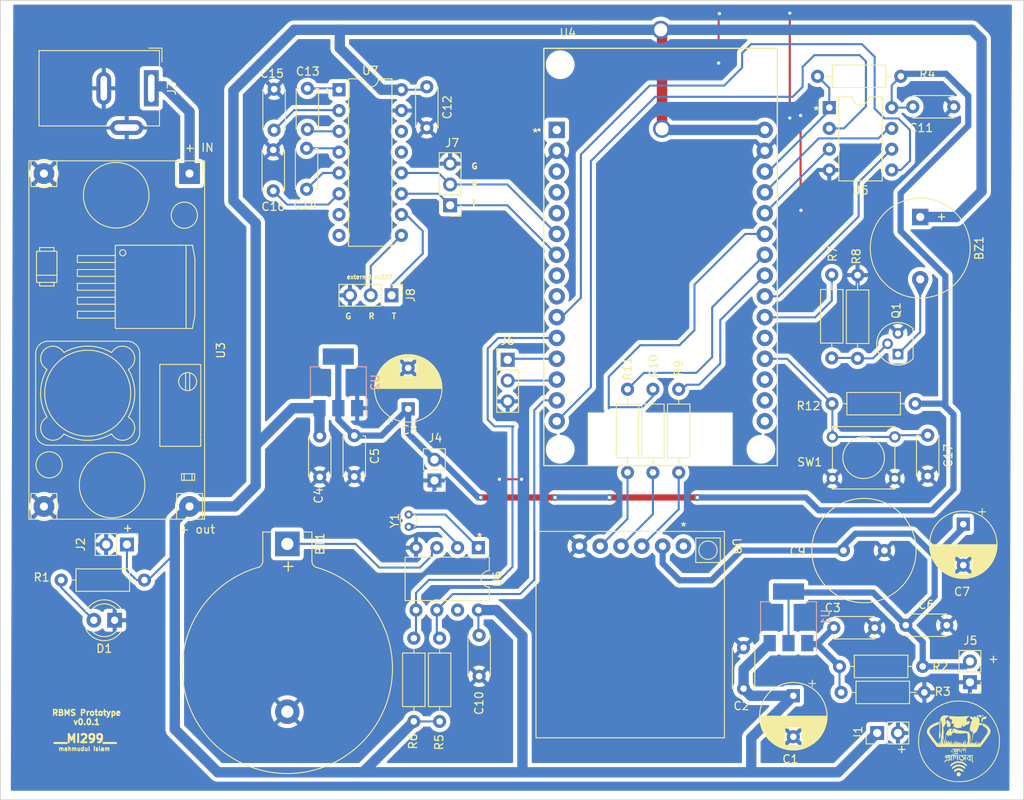
<source format=kicad_pcb>
(kicad_pcb (version 20221018) (generator pcbnew)
  (layers (0 "F.Cu" signal) (31 "B.Cu" signal) (34 "B.Paste" user) (35 "F.Paste" user) (36 "B.SilkS" user "B.Silkscreen") (37 "F.SilkS" user "F.Silkscreen") (38 "B.Mask" user) (39 "F.Mask" user) (44 "Edge.Cuts" user))
  (net 0 "")
  (net 1 "Net-(BT1-+)")
  (net 2 "GND")
  (net 3 "Net-(BZ1-+)")
  (net 4 "Net-(U1-ADJ)")
  (net 5 "FLASH_IN_3V3")
  (net 6 "4V2")
  (net 7 "Net-(U7-C1+)")
  (net 8 "Net-(U7-C1-)")
  (net 9 "Net-(U7-C2+)")
  (net 10 "Net-(U7-C2-)")
  (net 11 "Net-(U7-VS+)")
  (net 12 "Net-(U7-VS-)")
  (net 13 "BUTTON")
  (net 14 "Net-(D1-A)")
  (net 15 "VCC")
  (net 16 "RX_ESP")
  (net 17 "TX_ESP")
  (net 18 "TX_MAX3232")
  (net 19 "RX_MAX3232")
  (net 20 "RS232_TX")
  (net 21 "RS232_RX")
  (net 22 "Net-(Q1-B)")
  (net 23 "SCL")
  (net 24 "FLASH_CS")
  (net 25 "SDA")
  (net 26 "BUZZER")
  (net 27 "RST_GSM")
  (net 28 "Net-(U8-RST)")
  (net 29 "RX_GSM")
  (net 30 "Net-(U8-RXD)")
  (net 31 "TX_GSM")
  (net 32 "Net-(U8-TXD)")
  (net 34 "FLASH_HOLD")
  (net 37 "MOSI")
  (net 38 "FLASH_WP")
  (net 39 "MISO")
  (net 40 "CLK")
  (net 41 "Net-(U6-X1)")
  (net 42 "Net-(U6-X2)")
  (net 53 "MAX232_IN_5V")
  (footprint "Connector_PinHeader_2.54mm:PinHeader_1x02_P2.54mm_Vertical" (layer "F.Cu") (at 96.266 75.7478 180)
    (fp_text reference "J4")
    (fp_text value "3v3_out")
  )
  (footprint "Resistor_THT:R_Axial_DIN0207_L6.3mm_D2.5mm_P10.16mm_Horizontal" (layer "F.Cu") (at 155.8798 98.4504 180)
    (fp_text reference "R2")
    (fp_text value "43k")
  )
  (footprint "LM2596_module:YAAJ_DCDC_StepDown_LM2596" (layer "F.Cu") (at 66.3702 38.2778 -90)
    (fp_text reference "U3")
    (fp_text value "YAAJ_DCDC_StepDown_LM2596")
  )
  (footprint "Connector_PinHeader_2.54mm:PinHeader_1x02_P2.54mm_Vertical" (layer "F.Cu") (at 150.3172 106.5784 90)
    (fp_text reference "J1")
    (fp_text value "4V4")
  )
  (footprint "ESP32-DEVKIT-V1:MODULE_ESP32_DEVKIT_V1" (layer "F.Cu") (at 123.9012 48.4632)
    (fp_text reference "U4")
    (fp_text value "ESP32-DEVKIT-V1")
  )
  (footprint "Capacitor_THT:C_Radial_D12.5mm_H25.0mm_P5.00mm" (layer "F.Cu") (at 146.2062 84.3026)
    (fp_text reference "C9")
    (fp_text value "TH_2200uF")
  )
  (footprint "Resistor_THT:R_Axial_DIN0207_L6.3mm_D2.5mm_P10.16mm_Horizontal" (layer "F.Cu") (at 60.8584 87.9094 180)
    (fp_text reference "R1")
    (fp_text value "330")
  )
  (footprint "Crystal:Crystal_Round_D1.0mm_Vertical" (layer "F.Cu") (at 93.1164 81.407 90)
    (fp_text reference "Y1")
    (fp_text value "32.786 kHZ")
  )
  (footprint "Capacitor_THT:C_Disc_D4.7mm_W2.5mm_P5.00mm" (layer "F.Cu") (at 95.3366 27.686 -90)
    (fp_text reference "C12")
    (fp_text value "100nF")
  )
  (footprint "Resistor_THT:R_Axial_DIN0207_L6.3mm_D2.5mm_P10.16mm_Horizontal" (layer "F.Cu") (at 147.9296 60.8376 90)
    (fp_text reference "R8")
    (fp_text value "100K")
  )
  (footprint "logo:pranisheba_logo" (layer "F.Cu") (at 160.3 107.6)
    (fp_text reference "" hide)
    (fp_text value "" hide)
  )
  (footprint "Package_DIP:DIP-8_W7.62mm" (layer "F.Cu") (at 144.4752 30.226)
    (fp_text reference "U5")
    (fp_text value "W25Q64 DIP")
  )
  (footprint "Resistor_THT:R_Axial_DIN0207_L6.3mm_D2.5mm_P10.16mm_Horizontal" (layer "F.Cu") (at 153.2028 26.406 180)
    (fp_text reference "R4")
    (fp_text value "10k")
  )
  (footprint "Package_DIP:DIP-16_W7.62mm" (layer "F.Cu") (at 84.6178 28.0416)
    (fp_text reference "U7")
    (fp_text value "MAX232")
  )
  (footprint "Resistor_THT:R_Axial_DIN0207_L6.3mm_D2.5mm_P10.16mm_Horizontal" (layer "F.Cu") (at 122.9422 64.6118 -90)
    (fp_text reference "R10")
    (fp_text value "1k")
  )
  (footprint "Resistor_THT:R_Axial_DIN0207_L6.3mm_D2.5mm_P10.16mm_Horizontal" (layer "F.Cu") (at 96.8986 105.1656 90)
    (fp_text reference "R5")
    (fp_text value "2.2K")
  )
  (footprint "Resistor_THT:R_Axial_DIN0207_L6.3mm_D2.5mm_P10.16mm_Horizontal" (layer "F.Cu") (at 154.9654 66.3702 180)
    (fp_text reference "R12")
    (fp_text value "1K")
  )
  (footprint "Battery:BatteryHolder_Keystone_104_1x23mm" (layer "F.Cu") (at 78.3082 83.4898 -90)
    (fp_text reference "BT1")
    (fp_text value "Battery_Cell")
  )
  (footprint "Capacitor_THT:C_Disc_D4.7mm_W2.5mm_P5.00mm" (layer "F.Cu") (at 76.5914 40.386 90)
    (fp_text reference "C16")
    (fp_text value "100nF")
  )
  (footprint "Connector_PinHeader_2.54mm:PinHeader_1x03_P2.54mm_Vertical" (layer "F.Cu") (at 91.0336 53.1368 -90)
    (fp_text reference "J8")
    (fp_text value "rs232 port")
  )
  (footprint "Connector_PinHeader_2.54mm:PinHeader_1x03_P2.54mm_Vertical" (layer "F.Cu") (at 98.1814 42.149 180)
    (fp_text reference "J7")
    (fp_text value "max232 port")
  )
  (footprint "Connector_BarrelJack:BarrelJack_Wuerth_6941xx301002" (layer "F.Cu") (at 61.6966 27.8638 -90)
    (fp_text reference "J3")
    (fp_text value "Barrel_Jack_Switch")
  )
  (footprint "Capacitor_THT:CP_Radial_D8.0mm_P5.00mm" (layer "F.Cu") (at 140.081 102.0318 -90)
    (fp_text reference "C1")
    (fp_text value "220uF")
  )
  (footprint "Capacitor_THT:C_Disc_D4.7mm_W2.5mm_P5.00mm" (layer "F.Cu") (at 154.6752 30.1244)
    (fp_text reference "C11")
    (fp_text value "100nF")
  )
  (footprint "Capacitor_THT:C_Disc_D4.7mm_W2.5mm_P5.00mm" (layer "F.Cu") (at 145.0232 93.726)
    (fp_text reference "C3")
    (fp_text value "100nF")
  )
  (footprint "Capacitor_THT:C_Disc_D4.7mm_W2.5mm_P5.00mm" (layer "F.Cu") (at 101.7246 94.65 -90)
    (fp_text reference "C10")
    (fp_text value "100nF")
  )
  (footprint "Capacitor_THT:C_Disc_D4.7mm_W2.5mm_P5.00mm" (layer "F.Cu") (at 82.2706 70.3218 -90)
    (fp_text reference "C4")
    (fp_text value "100nF")
  )
  (footprint "Package_TO_SOT_THT:TO-92" (layer "F.Cu") (at 152.8616 60.3296 90)
    (fp_text reference "Q1")
    (fp_text value "P2N2222A")
  )
  (footprint "SIM800L-Core-Module-KiCad-Footprint:SIM800L-CORE" (layer "F.Cu") (at 126.6674 83.7642 -90)
    (fp_text reference "U8")
    (fp_text value "SIM800L DIP")
  )
  (footprint "Capacitor_THT:C_Disc_D4.7mm_W2.5mm_P5.00mm" (layer "F.Cu") (at 76.693 32.98 90)
    (fp_text reference "C15")
    (fp_text value "100nF")
  )
  (footprint "Capacitor_THT:CP_Radial_D8.0mm_P5.00mm" (layer "F.Cu") (at 93.0656 67.0052 90)
    (fp_text reference "C8")
    (fp_text value "220uF")
  )
  (footprint "Connector_PinHeader_2.54mm:PinHeader_1x03_P2.54mm_Vertical" (layer "F.Cu") (at 105.2068 61.0108)
    (fp_text reference "J6")
    (fp_text value "rs232 port")
  )
  (footprint "Connector_PinHeader_2.54mm:PinHeader_1x02_P2.54mm_Vertical" (layer "F.Cu") (at 58.7248 83.566 -90)
    (fp_text reference "J2")
    (fp_text value "3v3_in")
  )
  (footprint "Resistor_THT:R_Axial_DIN0207_L6.3mm_D2.5mm_P10.16mm_Horizontal" (layer "F.Cu") (at 93.749 105.1656 90)
    (fp_text reference "R6")
    (fp_text value "2.2K")
  )
  (footprint "Resistor_THT:R_Axial_DIN0207_L6.3mm_D2.5mm_P10.16mm_Horizontal" (layer "F.Cu") (at 145.923 101.6254)
    (fp_text reference "R3")
    (fp_text value "100k")
  )
  (footprint "Capacitor_THT:C_Disc_D4.7mm_W2.5mm_P5.00mm" (layer "F.Cu") (at 153.8116 93.4212)
    (fp_text reference "C6")
    (fp_text value "100nF")
  )
  (footprint "Buzzer_Beeper:Buzzer_12x9.5RM7.6" (layer "F.Cu") (at 155.575 43.581 -90)
    (fp_text reference "BZ1")
    (fp_text value "Buzzer DIP")
  )
  (footprint "Connector_PinHeader_2.54mm:PinHeader_1x02_P2.54mm_Vertical" (layer "F.Cu") (at 161.6456 100.3808 180)
    (fp_text reference "J5")
    (fp_text value "4V4")
  )
  (footprint "Button_Switch_THT:SW_Tactile_Straight_KSA0Axx1LFTR" (layer "F.Cu") (at 144.8562 70.4342)
    (fp_text reference "SW1")
    (fp_text value "SW_Push DIP")
  )
  (footprint "Capacitor_THT:C_Disc_D4.7mm_W2.5mm_P5.00mm" (layer "F.Cu") (at 86.4828 70.2718 -90)
    (fp_text reference "C5")
    (fp_text value "100nF")
  )
  (footprint "Capacitor_THT:C_Disc_D4.7mm_W2.5mm_P5.00mm" (layer "F.Cu") (at 156.4894 70.2202 -90)
    (fp_text reference "C17")
    (fp_text value "1uF")
  )
  (footprint "Package_DIP:DIP-8_W7.62mm" (layer "F.Cu") (at 101.6374 83.9484 -90)
    (fp_text reference "U6")
    (fp_text value "DS1307 DIP")
  )
  (footprint "Capacitor_THT:C_Disc_D4.7mm_W2.5mm_P5.00mm" (layer "F.Cu") (at 134.0104 101.1536 90)
    (fp_text reference "C2")
    (fp_text value "100nF")
  )
  (footprint "Resistor_THT:R_Axial_DIN0207_L6.3mm_D2.5mm_P10.16mm_Horizontal" (layer "F.Cu") (at 126.0918 64.6118 -90)
    (fp_text reference "R9")
    (fp_text value "1k")
  )
  (footprint "LED_THT:LED_D4.0mm" (layer "F.Cu") (at 57.2262 92.8116 180)
    (fp_text reference "D1")
    (fp_text value "LED")
  )
  (footprint "Resistor_THT:R_Axial_DIN0207_L6.3mm_D2.5mm_P10.16mm_Horizontal" (layer "F.Cu") (at 144.78 50.6268 -90)
    (fp_text reference "R7")
    (fp_text value "1K")
  )
  (footprint "Resistor_THT:R_Axial_DIN0207_L6.3mm_D2.5mm_P10.16mm_Horizontal" (layer "F.Cu") (at 119.8434 64.6118 -90)
    (fp_text reference "R11")
    (fp_text value "1K")
  )
  (footprint "Capacitor_THT:C_Disc_D4.7mm_W2.5mm_P5.00mm" (layer "F.Cu") (at 80.6554 35.1936 -90)
    (fp_text reference "C14")
    (fp_text value "100nF")
  )
  (footprint "Capacitor_THT:C_Disc_D4.7mm_W2.5mm_P5.00mm" (layer "F.Cu") (at 80.757 27.8784 -90)
    (fp_text reference "C13")
    (fp_text value "100nF")
  )
  (footprint "Capacitor_THT:CP_Radial_D8.0mm_P5.00mm" (layer "F.Cu") (at 160.8328 81.087149 -90)
    (fp_text reference "C7")
    (fp_text value "220uF")
  )
  (footprint "Package_TO_SOT_SMD:SOT-223-3_TabPin2" (layer "B.Cu") (at 84.5328 63.7718 90)
    (fp_text reference "U2")
    (fp_text value "AMS1117-3.3")
  )
  (footprint "Package_TO_SOT_SMD:SOT-223-3_TabPin2" (layer "B.Cu") (at 139.4968 92.4564 90)
    (fp_text reference "U1")
    (fp_text value "LM1117-ADJ")
  )
  (gr_rect (start 43.2778 17.1372) (end 168.1988 114.7356) (stroke (width 0.1)) (fill none) (layer "Edge.Cuts"))
  (gr_text "*" (at 82.7 29) (layer "F.SilkS") (effects (font (size 1 1)) (justify left bottom)))
  (gr_text "+" (at 152.6 109.1) (layer "F.SilkS") (effects (font (size 1 1)) (justify left bottom)))
  (gr_text "*" (at 142.4 31.2) (layer "F.SilkS") (effects (font (size 1 1)) (justify left bottom)))
  (gr_text "G\n\nR\n \nT" (at 100.7 42.3) (layer "F.SilkS") (effects (font (size 0.7 0.7) (thickness 0.175) bold) (justify left bottom)))
  (gr_text "*" (at 108.1 33.9) (layer "F.SilkS") (effects (font (size 1 1)) (justify left bottom)))
  (gr_text "*" (at 101.3 83.3) (layer "F.SilkS") (effects (font (size 1 1)) (justify left bottom)))
  (gr_text "+ out" (at 65 82.3) (layer "F.SilkS") (effects (font (size 1 1)) (justify left bottom)))
  (gr_text "*" (at 126.2 82) (layer "F.SilkS") (effects (font (size 1 1)) (justify left bottom)))
  (gr_text "+" (at 58.1 82.1) (layer "F.SilkS") (effects (font (size 1 1)) (justify left bottom)))
  (gr_text "+ IN\n" (at 65.7 35.7) (layer "F.SilkS") (effects (font (size 1 1)) (justify left bottom)))
  (gr_text "G    R    T " (at 85.3 56.1) (layer "F.SilkS") (effects (font (size 0.7 0.7)) (justify left bottom)))
  (gr_text "__MI299__\n" (at 49.7 107.84) (layer "F.SilkS") (effects (font (size 1 1) (thickness 0.25) bold) (justify left bottom)))
  (gr_text "mahmudul islam" (at 50.3 108.8) (layer "F.SilkS") (effects (font (size 0.5 0.5) (thickness 0.125) bold) (justify left bottom)))
  (gr_text "RBMS Prototype\nv0.0.1" (at 53.8 105.64) (layer "F.SilkS") (effects (font (size 0.7 0.7) (thickness 0.175) bold) (justify bottom)))
  (gr_text "external rs232" (at 85.5 51.2) (layer "F.SilkS") (effects (font (size 0.5 0.5) (thickness 0.125)) (justify left bottom)))
  (gr_text "+" (at 163.8 98.1) (layer "F.SilkS") (effects (font (size 1 1)) (justify left bottom)))
  (segment (start 95.9612 84.5446) (end 95.9612 84.9122) (width 0.254) (layer "B.Cu") (net 1))
  (segment (start 89.535 86.3854) (end 86.6394 83.4898) (width 0.254) (layer "B.Cu") (net 1))
  (segment (start 86.6394 83.4898) (end 78.3082 83.4898) (width 0.254) (layer "B.Cu") (net 1))
  (segment (start 95.9612 84.9122) (end 94.488 86.3854) (width 0.254) (layer "B.Cu") (net 1))
  (segment (start 94.488 86.3854) (end 89.535 86.3854) (width 0.254) (layer "B.Cu") (net 1))
  (segment (start 96.5574 83.9484) (end 95.9612 84.5446) (width 0.254) (layer "B.Cu") (net 1))
  (segment (start 140.97 31.1912) (end 140.97 42.7228) (width 0.254) (layer "F.Cu") (net 2))
  (segment (start 139.6492 18.6944) (end 139.6492 31.496) (width 0.254) (layer "F.Cu") (net 2))
  (segment (start 130.9624 18.8468) (end 131.064 18.7452) (width 0.254) (layer "F.Cu") (net 2))
  (segment (start 104.2 75.6) (end 106.9 75.6) (width 0.254) (layer "F.Cu") (net 2))
  (segment (start 130.9624 24.7904) (end 130.9624 18.8468) (width 0.254) (layer "F.Cu") (net 2))
  (segment (start 140.97 42.7228) (end 141.0208 42.7736) (width 0.254) (layer "F.Cu") (net 2))
  (via (at 131.064 18.7452) (size 0.8) (drill 0.4) (layers "F.Cu" "B.Cu") (net 2))
  (via (at 140.97 31.1912) (size 0.8) (drill 0.4) (layers "F.Cu" "B.Cu") (net 2))
  (via (at 104.2 75.6) (size 0.8) (drill 0.4) (layers "F.Cu" "B.Cu") (net 2))
  (via (at 141.0208 42.7736) (size 0.8) (drill 0.4) (layers "F.Cu" "B.Cu") (net 2))
  (via (at 139.6492 18.6944) (size 0.8) (drill 0.4) (layers "F.Cu" "B.Cu") (net 2))
  (via (at 130.9624 24.7904) (size 0.8) (drill 0.4) (layers "F.Cu" "B.Cu") (net 2))
  (via (at 106.9 75.6) (size 0.8) (drill 0.4) (layers "F.Cu" "B.Cu") (net 2))
  (via (at 139.6492 31.496) (size 0.8) (drill 0.4) (layers "F.Cu" "B.Cu") (net 2))
  (segment (start 152.8616 60.3296) (end 155.575 57.6162) (width 0.254) (layer "B.Cu") (net 3))
  (segment (start 155.575 57.6162) (end 155.575 51.181) (width 0.254) (layer "B.Cu") (net 3))
  (segment (start 145.923 101.6254) (end 145.7198 101.4222) (width 0.254) (layer "B.Cu") (net 4))
  (segment (start 141.8222 95.7334) (end 143.0158 95.7334) (width 0.762) (layer "B.Cu") (net 4))
  (segment (start 141.8222 95.7334) (end 143.0028 95.7334) (width 0.762) (layer "B.Cu") (net 4))
  (segment (start 143.0158 95.7334) (end 145.0232 93.726) (width 0.762) (layer "B.Cu") (net 4))
  (segment (start 145.7198 101.4222) (end 145.7198 98.4504) (width 0.254) (layer "B.Cu") (net 4))
  (segment (start 143.0028 95.7334) (end 145.7198 98.4504) (width 0.762) (layer "B.Cu") (net 4))
  (segment (start 128.3716 77.8256) (end 117.6274 77.8256) (width 0.762) (layer "F.Cu") (net 5))
  (segment (start 110.998 77.8256) (end 101.9 77.8256) (width 0.762) (layer "F.Cu") (net 5))
  (via (at 117.6274 77.8256) (size 0.8) (drill 0.4) (layers "F.Cu" "B.Cu") (net 5))
  (via (at 101.9 77.8256) (size 0.8) (drill 0.4) (layers "F.Cu" "B.Cu") (net 5))
  (via (at 110.998 77.8256) (size 0.8) (drill 0.4) (layers "F.Cu" "B.Cu") (net 5))
  (via (at 128.3716 77.8256) (size 0.8) (drill 0.4) (layers "F.Cu" "B.Cu") (net 5))
  (segment (start 158.6484 50.7746) (end 153.1874 45.3136) (width 0.762) (layer "B.Cu") (net 5))
  (segment (start 157.0232 79.4) (end 159.639 76.7842) (width 0.762) (layer "B.Cu") (net 5))
  (segment (start 153.5103 26.0985) (end 153.2028 26.406) (width 0.762) (layer "B.Cu") (net 5))
  (segment (start 158.6484 66.7004) (end 158.6484 50.7746) (width 0.762) (layer "B.Cu") (net 5))
  (segment (start 153.2028 26.406) (end 152.0952 27.5136) (width 0.254) (layer "B.Cu") (net 5))
  (segment (start 152.0952 30.226) (end 154.5736 30.226) (width 0.254) (layer "B.Cu") (net 5))
  (segment (start 93.0656 70.0074) (end 96.266 73.2078) (width 0.762) (layer "B.Cu") (net 5))
  (segment (start 101.9 77.8256) (end 101.6254 77.8256) (width 0.762) (layer "B.Cu") (net 5))
  (segment (start 89.799 70.2718) (end 93.0656 67.0052) (width 0.762) (layer "B.Cu") (net 5))
  (segment (start 159.639 67.691) (end 158.6484 66.7004) (width 0.762) (layer "B.Cu") (net 5))
  (segment (start 141.605 77.8256) (end 143.1794 79.4) (width 0.762) (layer "B.Cu") (net 5))
  (segment (start 84.5328 66.9218) (end 84.5328 68.3218) (width 0.762) (layer "B.Cu") (net 5))
  (segment (start 158.3182 66.3702) (end 154.9654 66.3702) (width 0.762) (layer "B.Cu") (net 5))
  (segment (start 110.998 77.8256) (end 111.76 77.8256) (width 0.762) (layer "B.Cu") (net 5))
  (segment (start 84.5328 66.9218) (end 84.5328 60.6218) (width 0.762) (layer "B.Cu") (net 5))
  (segment (start 154.5736 30.226) (end 154.6752 30.1244) (width 0.254) (layer "B.Cu") (net 5))
  (segment (start 153.1874 45.3136) (end 153.1874 40.6908) (width 0.762) (layer "B.Cu") (net 5))
  (segment (start 110.9726 77.8256) (end 110.998 77.8256) (width 0.762) (layer "B.Cu") (net 5))
  (segment (start 158.6484 66.7004) (end 158.3182 66.3702) (width 0.762) (layer "B.Cu") (net 5))
  (segment (start 152.0952 27.5136) (end 152.0952 30.226) (width 0.254) (layer "B.Cu") (net 5))
  (segment (start 93.0656 67.0052) (end 93.0656 70.0074) (width 0.762) (layer "B.Cu") (net 5))
  (segment (start 101.6254 77.8256) (end 97.0076 73.2078) (width 0.762) (layer "B.Cu") (net 5))
  (segment (start 97.0076 73.2078) (end 96.266 73.2078) (width 0.762) (layer "B.Cu") (net 5))
  (segment (start 161.4424 32.4358) (end 161.4424 28.8036) (width 0.762) (layer "B.Cu") (net 5))
  (segment (start 153.1874 40.6908) (end 161.4424 32.4358) (width 0.762) (layer "B.Cu") (net 5))
  (segment (start 158.7373 26.0985) (end 153.5103 26.0985) (width 0.762) (layer "B.Cu") (net 5))
  (segment (start 111.76 77.8256) (end 117.6274 77.8256) (width 0.762) (layer "B.Cu") (net 5))
  (segment (start 159.639 76.7842) (end 159.639 67.691) (width 0.762) (layer "B.Cu") (net 5))
  (segment (start 86.4828 70.2718) (end 89.799 70.2718) (width 0.762) (layer "B.Cu") (net 5))
  (segment (start 143.1794 79.4) (end 157.0232 79.4) (width 0.762) (layer "B.Cu") (net 5))
  (segment (start 84.5328 68.3218) (end 86.4828 70.2718) (width 0.762) (layer "B.Cu") (net 5))
  (segment (start 161.4424 28.8036) (end 158.7373 26.0985) (width 0.762) (layer "B.Cu") (net 5))
  (segment (start 128.3716 77.8256) (end 141.605 77.8256) (width 0.762) (layer "B.Cu") (net 5))
  (segment (start 139.4968 89.3064) (end 139.4968 95.6064) (width 0.254) (layer "B.Cu") (net 6))
  (segment (start 147.6756 82.2452) (end 146.2062 83.7146) (width 0.762) (layer "B.Cu") (net 6))
  (segment (start 124.1274 85.875) (end 126.1872 87.9348) (width 0.762) (layer "B.Cu") (net 6))
  (segment (start 146.2062 83.7146) (end 146.2062 84.3026) (width 0.762) (layer "B.Cu") (net 6))
  (segment (start 139.6238 89.4334) (end 139.4968 89.3064) (width 0.762) (layer "B.Cu") (net 6))
  (segment (start 149.8238 89.4334) (end 139.6238 89.4334) (width 0.762) (layer "B.Cu") (net 6))
  (segment (start 157.3403 85.0011) (end 154.5844 82.2452) (width 0.762) (layer "B.Cu") (net 6))
  (segment (start 149.8238 89.4334) (end 153.8116 93.4212) (width 0.762) (layer "B.Cu") (net 6))
  (segment (start 161.036 98.4504) (end 161.6456 97.8408) (width 0.762) (layer "B.Cu") (net 6))
  (segment (start 154.5844 82.2452) (end 147.6756 82.2452) (width 0.762) (layer "B.Cu") (net 6))
  (segment (start 133.731 84.3026) (end 146.2062 84.3026) (width 0.762) (layer "B.Cu") (net 6))
  (segment (start 155.8798 95.4894) (end 153.8116 93.4212) (width 0.762) (layer "B.Cu") (net 6))
  (segment (start 153.8116 93.4212) (end 157.3403 89.8925) (width 0.762) (layer "B.Cu") (net 6))
  (segment (start 157.3403 85.0011) (end 160.8328 81.5086) (width 0.762) (layer "B.Cu") (net 6))
  (segment (start 160.8328 81.5086) (end 160.8328 81.087149) (width 0.762) (layer "B.Cu") (net 6))
  (segment (start 155.8798 98.4504) (end 161.036 98.4504) (width 0.762) (layer "B.Cu") (net 6))
  (segment (start 155.8798 98.4504) (end 155.8798 95.4894) (width 0.762) (layer "B.Cu") (net 6))
  (segment (start 124.1274 83.7642) (end 124.1274 85.875) (width 0.762) (layer "B.Cu") (net 6))
  (segment (start 130.0988 87.9348) (end 133.731 84.3026) (width 0.762) (layer "B.Cu") (net 6))
  (segment (start 157.3403 89.8925) (end 157.3403 85.0011) (width 0.762) (layer "B.Cu") (net 6))
  (segment (start 126.1872 87.9348) (end 130.0988 87.9348) (width 0.762) (layer "B.Cu") (net 6))
  (segment (start 84.4546 27.8784) (end 84.6178 28.0416) (width 0.254) (layer "B.Cu") (net 7))
  (segment (start 80.757 27.8784) (end 84.4546 27.8784) (width 0.254) (layer "B.Cu") (net 7))
  (segment (start 81.0002 33.1216) (end 84.6178 33.1216) (width 0.254) (layer "B.Cu") (net 8))
  (segment (start 80.757 32.8784) (end 81.0002 33.1216) (width 0.254) (layer "B.Cu") (net 8))
  (segment (start 80.6554 35.1936) (end 84.1498 35.1936) (width 0.254) (layer "B.Cu") (net 9))
  (segment (start 84.1498 35.1936) (end 84.6178 35.6616) (width 0.254) (layer "B.Cu") (net 9))
  (segment (start 80.6554 40.1936) (end 82.6474 38.2016) (width 0.254) (layer "B.Cu") (net 10))
  (segment (start 82.6474 38.2016) (end 84.6178 38.2016) (width 0.254) (layer "B.Cu") (net 10))
  (segment (start 79.1422 30.5308) (end 84.567 30.5308) (width 0.254) (layer "B.Cu") (net 11))
  (segment (start 76.693 32.98) (end 79.1422 30.5308) (width 0.254) (layer "B.Cu") (net 11))
  (segment (start 84.567 30.5308) (end 84.6178 30.5816) (width 0.254) (layer "B.Cu") (net 11))
  (segment (start 78.2678 42.0624) (end 83.297 42.0624) (width 0.254) (layer "B.Cu") (net 12))
  (segment (start 83.297 42.0624) (end 84.6178 40.7416) (width 0.254) (layer "B.Cu") (net 12))
  (segment (start 76.5914 40.386) (end 78.2678 42.0624) (width 0.254) (layer "B.Cu") (net 12))
  (segment (start 152.4762 70.4342) (end 144.8562 70.4342) (width 0.254) (layer "B.Cu") (net 13))
  (segment (start 144.8054 66.3702) (end 139.3234 60.8882) (width 0.254) (layer "B.Cu") (net 13))
  (segment (start 152.6902 70.2202) (end 152.4762 70.4342) (width 0.254) (layer "B.Cu") (net 13))
  (segment (start 156.4894 70.2202) (end 152.6902 70.2202) (width 0.254) (layer "B.Cu") (net 13))
  (segment (start 139.3234 60.8882) (end 136.6012 60.8882) (width 0.254) (layer "B.Cu") (net 13))
  (segment (start 144.8562 66.421) (end 144.8054 66.3702) (width 0.254) (layer "B.Cu") (net 13))
  (segment (start 144.8562 70.4342) (end 144.8562 66.421) (width 0.254) (layer "B.Cu") (net 13))
  (segment (start 50.6984 88.8238) (end 54.6862 92.8116) (width 0.254) (layer "B.Cu") (net 14))
  (segment (start 50.6984 87.9094) (end 50.6984 88.8238) (width 0.254) (layer "B.Cu") (net 14))
  (segment (start 66.3702 30.7436) (end 63.2618 27.6352) (width 1.27) (layer "B.Cu") (net 15))
  (segment (start 61.9252 27.6352) (end 61.6966 27.8638) (width 1.27) (layer "B.Cu") (net 15))
  (segment (start 66.3702 38.2778) (end 66.3702 30.7436) (width 1.27) (layer "B.Cu") (net 15))
  (segment (start 63.2618 27.6352) (end 61.9252 27.6352) (width 1.27) (layer "B.Cu") (net 15))
  (segment (start 105.3294 60.8882) (end 105.2068 61.0108) (width 0.254) (layer "F.Cu") (net 16))
  (segment (start 111.2012 60.8882) (end 105.3294 60.8882) (width 0.254) (layer "B.Cu") (net 16))
  (segment (start 111.0786 63.5508) (end 111.2012 63.4282) (width 0.254) (layer "F.Cu") (net 17))
  (segment (start 105.2068 63.5508) (end 111.0786 63.5508) (width 0.254) (layer "B.Cu") (net 17))
  (segment (start 92.2378 40.7416) (end 96.774 40.7416) (width 0.254) (layer "B.Cu") (net 18))
  (segment (start 96.774 40.7416) (end 98.1814 42.149) (width 0.254) (layer "B.Cu") (net 18))
  (segment (start 111.2012 48.1882) (end 105.162 42.149) (width 0.254) (layer "B.Cu") (net 18))
  (segment (start 105.162 42.149) (end 98.1814 42.149) (width 0.254) (layer "B.Cu") (net 18))
  (segment (start 98.1814 39.609) (end 105.162 39.609) (width 0.254) (layer "B.Cu") (net 19))
  (segment (start 96.774 38.2016) (end 98.1814 39.609) (width 0.254) (layer "B.Cu") (net 19))
  (segment (start 105.162 39.609) (end 111.2012 45.6482) (width 0.254) (layer "B.Cu") (net 19))
  (segment (start 92.2378 38.2016) (end 96.774 38.2016) (width 0.254) (layer "B.Cu") (net 19))
  (segment (start 94.8436 45.3136) (end 94.8436 48.0418) (width 0.254) (layer "B.Cu") (net 20))
  (segment (start 94.8436 48.0418) (end 91.0336 51.8518) (width 0.254) (layer "B.Cu") (net 20))
  (segment (start 92.2378 43.2816) (end 92.8116 43.2816) (width 0.254) (layer "B.Cu") (net 20))
  (segment (start 91.0336 51.8518) (end 91.0336 53.1368) (width 0.254) (layer "B.Cu") (net 20))
  (segment (start 92.8116 43.2816) (end 94.8436 45.3136) (width 0.254) (layer "B.Cu") (net 20))
  (segment (start 88.4936 49.5658) (end 92.2378 45.8216) (width 0.254) (layer "B.Cu") (net 21))
  (segment (start 88.4936 53.1368) (end 88.4936 49.5658) (width 0.254) (layer "B.Cu") (net 21))
  (segment (start 147.9296 60.8376) (end 149.8136 60.8376) (width 0.254) (layer "B.Cu") (net 22))
  (segment (start 149.8136 60.8376) (end 151.5916 59.0596) (width 0.254) (layer "B.Cu") (net 22))
  (segment (start 144.78 60.7868) (end 147.8788 60.7868) (width 0.254) (layer "B.Cu") (net 22))
  (segment (start 147.8788 60.7868) (end 147.9296 60.8376) (width 0.254) (layer "B.Cu") (net 22))
  (segment (start 108.458 67.1576) (end 109.6474 65.9682) (width 0.254) (layer "B.Cu") (net 23))
  (segment (start 96.5574 94.6644) (end 96.8986 95.0056) (width 0.254) (layer "B.Cu") (net 23))
  (segment (start 96.5574 91.5684) (end 98.5146 89.6112) (width 0.254) (layer "B.Cu") (net 23))
  (segment (start 109.6474 65.9682) (end 111.2012 65.9682) (width 0.254) (layer "B.Cu") (net 23))
  (segment (start 96.5574 91.5684) (end 96.5574 94.6644) (width 0.254) (layer "B.Cu") (net 23))
  (segment (start 98.5146 89.6112) (end 106.7308 89.6112) (width 0.254) (layer "B.Cu") (net 23))
  (segment (start 106.7308 89.6112) (end 108.458 87.884) (width 0.254) (layer "B.Cu") (net 23))
  (segment (start 108.458 87.884) (end 108.458 67.1576) (width 0.254) (layer "B.Cu") (net 23))
  (segment (start 136.6012 38.0282) (end 137.0286 38.0282) (width 0.254) (layer "B.Cu") (net 24))
  (segment (start 144.4752 27.8384) (end 144.4752 30.226) (width 0.254) (layer "B.Cu") (net 24))
  (segment (start 144.4752 30.5816) (end 144.4752 30.226) (width 0.254) (layer "B.Cu") (net 24))
  (segment (start 137.0286 38.0282) (end 144.4752 30.5816) (width 0.254) (layer "B.Cu") (net 24))
  (segment (start 143.0428 26.406) (end 144.4752 27.8384) (width 0.254) (layer "B.Cu") (net 24))
  (segment (start 103.5812 69.1388) (end 102.7684 68.326) (width 0.254) (layer "B.Cu") (net 25))
  (segment (start 94.0174 94.7372) (end 93.749 95.0056) (width 0.254) (layer "B.Cu") (net 25))
  (segment (start 102.7684 68.326) (end 102.7684 59.6392) (width 0.254) (layer "B.Cu") (net 25))
  (segment (start 104.0594 58.3482) (end 111.2012 58.3482) (width 0.254) (layer "B.Cu") (net 25))
  (segment (start 104.216 87.884) (end 105.8 86.3) (width 0.254) (layer "B.Cu") (net 25))
  (segment (start 102.7684 59.6392) (end 104.0594 58.3482) (width 0.254) (layer "B.Cu") (net 25))
  (segment (start 95.6 87.884) (end 104.216 87.884) (width 0.254) (layer "B.Cu") (net 25))
  (segment (start 105.8 86.3) (end 105.8 69.2568) (width 0.254) (layer "B.Cu") (net 25))
  (segment (start 94.0174 91.5684) (end 94.0174 94.7372) (width 0.254) (layer "B.Cu") (net 25))
  (segment (start 105.918 69.1388) (end 103.5812 69.1388) (width 0.254) (layer "B.Cu") (net 25))
  (segment (start 94.0174 91.5684) (end 94.0174 89.4666) (width 0.254) (layer "B.Cu") (net 25))
  (segment (start 105.8 69.2568) (end 105.918 69.1388) (width 0.254) (layer "B.Cu") (net 25))
  (segment (start 94.0174 89.4666) (end 95.6 87.884) (width 0.254) (layer "B.Cu") (net 25))
  (segment (start 144.78 50.6268) (end 144.78 53.7972) (width 0.254) (layer "B.Cu") (net 26))
  (segment (start 136.6222 55.8292) (end 136.6012 55.8082) (width 0.254) (layer "B.Cu") (net 26))
  (segment (start 144.78 53.7972) (end 142.748 55.8292) (width 0.254) (layer "B.Cu") (net 26))
  (segment (start 142.748 55.8292) (end 136.6222 55.8292) (width 0.254) (layer "B.Cu") (net 26))
  (segment (start 126.5232 64.6118) (end 126.0918 64.6118) (width 0.254) (layer "B.Cu") (net 27))
  (segment (start 131.1656 61.468) (end 131.1656 56.1638) (width 0.254) (layer "B.Cu") (net 27))
  (segment (start 127.0762 64.0588) (end 126.5232 64.6118) (width 0.254) (layer "B.Cu") (net 27))
  (segment (start 128.5748 64.0588) (end 131.1656 61.468) (width 0.254) (layer "B.Cu") (net 27))
  (segment (start 127.0762 64.0588) (end 128.5748 64.0588) (width 0.254) (layer "B.Cu") (net 27))
  (segment (start 131.1656 56.1638) (end 136.6012 50.7282) (width 0.254) (layer "B.Cu") (net 27))
  (segment (start 126.0918 79.2598) (end 121.5874 83.7642) (width 0.254) (layer "B.Cu") (net 28))
  (segment (start 126.0918 74.7718) (end 126.0918 79.2598) (width 0.254) (layer "B.Cu") (net 28))
  (segment (start 128.016 51.8414) (end 134.2092 45.6482) (width 0.254) (layer "B.Cu") (net 29))
  (segment (start 121.6152 66.802) (end 117.6782 66.802) (width 0.254) (layer "B.Cu") (net 29))
  (segment (start 128.016 57.404) (end 128.016 51.8414) (width 0.254) (layer "B.Cu") (net 29))
  (segment (start 122.9422 65.475) (end 121.6152 66.802) (width 0.254) (layer "B.Cu") (net 29))
  (segment (start 126.1872 59.2328) (end 128.016 57.404) (width 0.254) (layer "B.Cu") (net 29))
  (segment (start 117.6782 66.802) (end 117.5512 66.929) (width 0.254) (layer "B.Cu") (net 29))
  (segment (start 117.5512 66.929) (end 117.5512 63.0682) (width 0.254) (layer "B.Cu") (net 29))
  (segment (start 122.9422 64.6118) (end 122.9422 65.475) (width 0.254) (layer "B.Cu") (net 29))
  (segment (start 117.5512 63.0682) (end 121.3866 59.2328) (width 0.254) (layer "B.Cu") (net 29))
  (segment (start 121.3866 59.2328) (end 126.1872 59.2328) (width 0.254) (layer "B.Cu") (net 29))
  (segment (start 134.2092 45.6482) (end 136.6012 45.6482) (width 0.254) (layer "B.Cu") (net 29))
  (segment (start 122.9422 74.7718) (end 122.9422 79.8694) (width 0.254) (layer "B.Cu") (net 30))
  (segment (start 122.9422 79.8694) (end 119.0474 83.7642) (width 0.254) (layer "B.Cu") (net 30))
  (segment (start 130.175 60.6806) (end 130.175 54.6144) (width 0.254) (layer "B.Cu") (net 31))
  (segment (start 130.175 54.6144) (end 136.6012 48.1882) (width 0.254) (layer "B.Cu") (net 31))
  (segment (start 121.8442 62.611) (end 128.2446 62.611) (width 0.254) (layer "B.Cu") (net 31))
  (segment (start 128.2446 62.611) (end 130.175 60.6806) (width 0.254) (layer "B.Cu") (net 31))
  (segment (start 119.8434 64.6118) (end 121.8442 62.611) (width 0.254) (layer "B.Cu") (net 31))
  (segment (start 119.8434 80.4282) (end 116.5074 83.7642) (width 0.254) (layer "B.Cu") (net 32))
  (segment (start 119.8434 74.7718) (end 119.8434 80.4282) (width 0.254) (layer "B.Cu") (net 32))
  (segment (start 152.146 32.8168) (end 152.146 32.8422) (width 0.254) (layer "B.Cu") (net 34))
  (segment (start 143.1842 33.9852) (end 150.4696 33.9852) (width 0.254) (layer "B.Cu") (net 34))
  (segment (start 151.7396 32.7152) (end 151.892 32.7152) (width 0.254) (layer "B.Cu") (net 34))
  (segment (start 150.4696 33.9852) (end 151.7396 32.7152) (width 0.254) (layer "B.Cu") (net 34))
  (segment (start 136.6012 40.5682) (end 143.1842 33.9852) (width 0.254) (layer "B.Cu") (net 34))
  (segment (start 152.0952 32.766) (end 152.146 32.8168) (width 0.254) (layer "B.Cu") (net 34))
  (segment (start 123.2154 28.9052) (end 140.0048 28.9052) (width 0.254) (layer "B.Cu") (net 37))
  (segment (start 115.3668 64.3426) (end 115.3668 36.7538) (width 0.254) (layer "B.Cu") (net 37))
  (segment (start 148.9456 30.0736) (end 146.2532 32.766) (width 0.254) (layer "B.Cu") (net 37))
  (segment (start 140.0048 28.9052) (end 141.224 27.686) (width 0.254) (layer "B.Cu") (net 37))
  (segment (start 141.224 25.2476) (end 142.6464 23.8252) (width 0.254) (layer "B.Cu") (net 37))
  (segment (start 141.224 27.686) (end 141.224 25.2476) (width 0.254) (layer "B.Cu") (net 37))
  (segment (start 148.9456 24.5872) (end 148.9456 30.0736) (width 0.254) (layer "B.Cu") (net 37))
  (segment (start 146.2532 32.766) (end 144.4752 32.766) (width 0.254) (layer "B.Cu") (net 37))
  (segment (start 111.2012 68.5082) (end 115.3668 64.3426) (width 0.254) (layer "B.Cu") (net 37))
  (segment (start 148.1836 23.8252) (end 148.9456 24.5872) (width 0.254) (layer "B.Cu") (net 37))
  (segment (start 115.3668 36.7538) (end 123.2154 28.9052) (width 0.254) (layer "B.Cu") (net 37))
  (segment (start 144.4752 32.766) (end 143.8656 32.766) (width 0.254) (layer "B.Cu") (net 37))
  (segment (start 142.6464 23.8252) (end 148.1836 23.8252) (width 0.254) (layer "B.Cu") (net 37))
  (segment (start 144.4034 35.306) (end 144.4752 35.306) (width 0.254) (layer "B.Cu") (net 38))
  (segment (start 136.6012 43.1082) (end 144.4034 35.306) (width 0.254) (layer "B.Cu") (net 38))
  (segment (start 154.3304 32.9692) (end 154.3304 36.7284) (width 0.254) (layer "B.Cu") (net 39))
  (segment (start 133.8326 25.3492) (end 133.8326 23.5712) (width 0.254) (layer "B.Cu") (net 39))
  (segment (start 150.0124 30.353) (end 151.2062 31.5468) (width 0.254) (layer "B.Cu") (net 39))
  (segment (start 134.9248 22.479) (end 148.463 22.479) (width 0.254) (layer "B.Cu") (net 39))
  (segment (start 131.6482 27.5336) (end 133.8326 25.3492) (width 0.254) (layer "B.Cu") (net 39))
  (segment (start 114.1476 53.4416) (end 114.1476 35.941) (width 0.254) (layer "B.Cu") (net 39))
  (segment (start 111.2012 55.8082) (end 111.781 55.8082) (width 0.254) (layer "B.Cu") (net 39))
  (segment (start 148.463 22.479) (end 150.0124 24.0284) (width 0.254) (layer "B.Cu") (net 39))
  (segment (start 153.2128 37.846) (end 152.0952 37.846) (width 0.254) (layer "B.Cu") (net 39))
  (segment (start 151.2062 31.5468) (end 152.908 31.5468) (width 0.254) (layer "B.Cu") (net 39))
  (segment (start 154.3304 36.7284) (end 153.2128 37.846) (width 0.254) (layer "B.Cu") (net 39))
  (segment (start 122.555 27.5336) (end 131.6482 27.5336) (width 0.254) (layer "B.Cu") (net 39))
  (segment (start 133.8326 23.5712) (end 134.9248 22.479) (width 0.254) (layer "B.Cu") (net 39))
  (segment (start 150.0124 24.0284) (end 150.0124 30.353) (width 0.254) (layer "B.Cu") (net 39))
  (segment (start 152.908 31.5468) (end 154.3304 32.9692) (width 0.254) (layer "B.Cu") (net 39))
  (segment (start 114.1476 35.941) (end 122.555 27.5336) (width 0.254) (layer "B.Cu") (net 39))
  (segment (start 111.781 55.8082) (end 114.1476 53.4416) (width 0.254) (layer "B.Cu") (net 39))
  (segment (start 148.0566 39.3446) (end 152.0952 35.306) (width 0.254) (layer "B.Cu") (net 40))
  (segment (start 136.6012 53.2682) (end 138.2986 53.2682) (width 0.254) (layer "B.Cu") (net 40))
  (segment (start 138.2986 53.2682) (end 148.0566 43.5102) (width 0.254) (layer "B.Cu") (net 40))
  (segment (start 148.0566 43.5102) (end 148.0566 39.3446) (width 0.254) (layer "B.Cu") (net 40))
  (segment (start 101.6374 83.9484) (end 97.596 79.907) (width 0.254) (layer "B.Cu") (net 41))
  (segment (start 97.596 79.907) (end 93.1164 79.907) (width 0.254) (layer "B.Cu") (net 41))
  (segment (start 99.0974 83.9484) (end 99.0974 83.5526) (width 0.254) (layer "B.Cu") (net 42))
  (segment (start 99.0974 83.4002) (end 99.0974 83.9484) (width 0.254) (layer "B.Cu") (net 42))
  (segment (start 96.9518 81.407) (end 93.1164 81.407) (width 0.254) (layer "B.Cu") (net 42))
  (segment (start 99.0974 83.5526) (end 96.9518 81.407) (width 0.254) (layer "B.Cu") (net 42))
  (segment (start 124.0536 32.8168) (end 124.0536 20.8788) (width 1.27) (layer "F.Cu") (net 53))
  (segment (start 124.0536 20.8788) (end 123.9012 20.7264) (width 1.27) (layer "F.Cu") (net 53))
  (via (at 124.0536 32.8168) (size 2.2) (drill 1.6) (layers "F.Cu" "B.Cu") (net 53))
  (via (at 123.9012 20.7264) (size 2.2) (drill 1.6) (layers "F.Cu" "B.Cu") (net 53))
  (segment (start 60.8584 87.9094) (end 59.8932 87.9094) (width 0.254) (layer "B.Cu") (net 53))
  (segment (start 64.5668 84.6582) (end 64.5668 80.7212) (width 1.27) (layer "B.Cu") (net 53))
  (segment (start 140.081 102.0318) (end 134.8886 102.0318) (width 1.27) (layer "B.Cu") (net 53))
  (segment (start 74.4474 44.323) (end 71.7296 41.6052) (width 1.27) (layer "B.Cu") (net 53))
  (segment (start 87.5356 111.379) (end 86.2838 111.379) (width 1.27) (layer "B.Cu") (net 53))
  (segment (start 82.2328 70.284) (end 82.2706 70.3218) (width 1.27) (layer "B.Cu") (net 53))
  (segment (start 69.8246 111.379) (end 64.5668 106.1212) (width 1.27) (layer "B.Cu") (net 53))
  (segment (start 82.2328 66.9218) (end 82.2328 70.284) (width 1.27) (layer "B.Cu") (net 53))
  (segment (start 74.4474 76.3778) (end 74.4474 71.4502) (width 1.27) (layer "B.Cu") (net 53))
  (segment (start 163.068 21.9202) (end 163.068 40.4622) (width 1.27) (layer "B.Cu") (net 53))
  (segment (start 134.0104 101.1536) (end 134.0104 98.7928) (width 1.27) (layer "B.Cu") (net 53))
  (segment (start 116.2304 20.7264) (end 122.9868 20.7264) (width 1.27) (layer "B.Cu") (net 53))
  (segment (start 124.0536 32.8168) (end 124.185 32.9482) (width 1.27) (layer "B.Cu") (net 53))
  (segment (start 93.749 105.1656) (end 87.5356 111.379) (width 1.27) (layer "B.Cu") (net 53))
  (segment (start 163.068 40.4622) (end 159.9492 43.581) (width 1.27) (layer "B.Cu") (net 53))
  (segment (start 89.8144 28.0416) (end 92.2378 28.0416) (width 1.27) (layer "B.Cu") (net 53))
  (segment (start 150.3172 106.5784) (end 145.5166 111.379) (width 1.27) (layer "B.Cu") (net 53))
  (segment (start 123.9222 32.9482) (end 124.0536 32.8168) (width 1.27) (layer "B.Cu") (net 53))
  (segment (start 134.9502 111.379) (end 107.0102 111.379) (width 1.27) (layer "B.Cu") (net 53))
  (segment (start 71.7296 41.6052) (end 71.7296 28.1432) (width 1.27) (layer "B.Cu") (net 53))
  (segment (start 84.709 20.7264) (end 116.2304 20.7264) (width 1.27) (layer "B.Cu") (net 53))
  (segment (start 123.7024 32.9482) (end 123.9222 32.9482) (width 1.27) (layer "B.Cu") (net 53))
  (segment (start 71.7296 28.1432) (end 79.1464 20.7264) (width 1.27) (layer "B.Cu") (net 53))
  (segment (start 60.8584 87.9094) (end 61.3156 87.9094) (width 0.254) (layer "B.Cu") (net 53))
  (segment (start 134.8886 102.0318) (end 134.0104 101.1536) (width 1.27) (layer "B.Cu") (net 53))
  (segment (start 94.981 28.0416) (end 95.3366 27.686) (width 0.254) (layer "B.Cu") (net 53))
  (segment (start 61.3156 87.9094) (end 64.5668 84.6582) (width 0.254) (layer "B.Cu") (net 53))
  (segment (start 64.5668 106.1212) (end 64.5668 84.6582) (width 1.27) (layer "B.Cu") (net 53))
  (segment (start 96.8986 105.1656) (end 93.749 105.1656) (width 0.254) (layer "B.Cu") (net 53))
  (segment (start 79.1464 20.7264) (end 84.709 20.7264) (width 1.27) (layer "B.Cu") (net 53))
  (segment (start 84.709 22.9362) (end 89.8144 28.0416) (width 1.27) (layer "B.Cu") (net 53))
  (segment (start 145.5166 111.379) (end 134.9502 111.379) (width 1.27) (layer "B.Cu") (net 53))
  (segment (start 103.8366 91.5684) (end 101.6374 91.5684) (width 1.27) (layer "B.Cu") (net 53))
  (segment (start 101.6374 94.5628) (end 101.7246 94.65) (width 0.254) (layer "B.Cu") (net 53))
  (segment (start 64.5668 80.7212) (end 66.3702 78.9178) (width 1.27) (layer "B.Cu") (net 53))
  (segment (start 78.9758 66.9218) (end 82.2328 66.9218) (width 1.27) (layer "B.Cu") (net 53))
  (segment (start 86.2838 111.379) (end 69.8246 111.379) (width 1.27) (layer "B.Cu") (net 53))
  (segment (start 107.0102 111.379) (end 107.0102 94.742) (width 1.27) (layer "B.Cu") (net 53))
  (segment (start 58.7248 86.741) (end 58.7248 83.566) (width 0.254) (layer "B.Cu") (net 53))
  (segment (start 159.9492 43.581) (end 155.575 43.581) (width 1.27) (layer "B.Cu") (net 53))
  (segment (start 107.0102 94.742) (end 103.8366 91.5684) (width 1.27) (layer "B.Cu") (net 53))
  (segment (start 107.0102 111.379) (end 88.9508 111.379) (width 1.27) (layer "B.Cu") (net 53))
  (segment (start 74.4474 71.4502) (end 78.9758 66.9218) (width 1.27) (layer "B.Cu") (net 53))
  (segment (start 161.8742 20.7264) (end 163.068 21.9202) (width 1.27) (layer "B.Cu") (net 53))
  (segment (start 74.4474 71.4502) (end 74.4474 44.323) (width 1.27) (layer "B.Cu") (net 53))
  (segment (start 71.9074 78.9178) (end 74.4474 76.3778) (width 1.27) (layer "B.Cu") (net 53))
  (segment (start 134.0104 98.7928) (end 137.1968 95.6064) (width 1.27) (layer "B.Cu") (net 53))
  (segment (start 134.9502 107.1626) (end 140.081 102.0318) (width 1.27) (layer "B.Cu") (net 53))
  (segment (start 66.3702 78.9178) (end 71.9074 78.9178) (width 1.27) (layer "B.Cu") (net 53))
  (segment (start 101.6374 91.5684) (end 101.6374 94.5628) (width 0.254) (layer "B.Cu") (net 53))
  (segment (start 123.2916 20.7264) (end 161.8742 20.7264) (width 1.27) (layer "B.Cu") (net 53))
  (segment (start 84.709 20.7264) (end 84.709 22.9362) (width 1.27) (layer "B.Cu") (net 53))
  (segment (start 88.9508 111.379) (end 86.2838 111.379) (width 1.27) (layer "B.Cu") (net 53))
  (segment (start 134.9502 111.379) (end 134.9502 107.1626) (width 1.27) (layer "B.Cu") (net 53))
  (segment (start 92.2378 28.0416) (end 94.981 28.0416) (width 0.254) (layer "B.Cu") (net 53))
  (segment (start 59.8932 87.9094) (end 58.7248 86.741) (width 0.254) (layer "B.Cu") (net 53))
  (segment (start 124.185 32.9482) (end 136.6012 32.9482) (width 1.27) (layer "B.Cu") (net 53))
  (zone (net 2) (net_name "GND") (layer "B.Cu") (connect_pads (clearance 0.5)) (min_thickness 0.25) (fill yes (thermal_gap 0.5) (thermal_bridge_width 0.5))
    (polygon (pts (xy 44.55 113.63) (xy 166.47 113.63) (xy 166.77 17.65) (xy 44.85 17.65)))
  )
)
</source>
